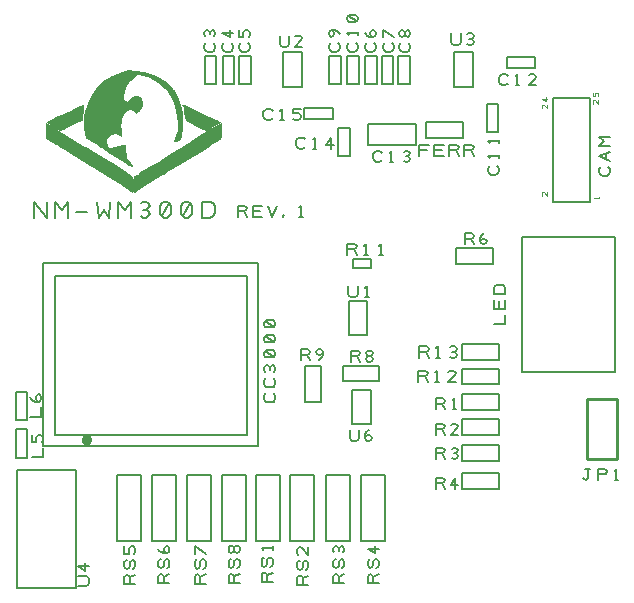
<source format=gbr>
%FSLAX23Y23*%
%MOIN*%
G04 EasyPC Gerber Version 17.0 Build 3379 *
%ADD11C,0.00100*%
%ADD10C,0.00500*%
%ADD12C,0.00800*%
%ADD14C,0.01000*%
%ADD13C,0.01969*%
X0Y0D02*
D02*
D10*
X59Y731D02*
X97D01*
Y635*
X59*
Y731*
X64Y77D02*
X258D01*
Y469*
X64*
Y77*
X97Y509D02*
X59D01*
Y606*
X97*
Y509*
X150Y549D02*
Y1160D01*
X867*
Y549*
X150*
X107Y648D02*
X144D01*
Y679*
X135Y698D02*
X128Y701D01*
X125Y707*
Y713*
X128Y719*
X135Y723*
X141Y719*
X144Y713*
Y707*
X141Y701*
X135Y698*
X125*
X116Y701*
X110Y707*
X107Y713*
X112Y513D02*
X149D01*
Y544*
X146Y563D02*
X149Y569D01*
Y578*
X146Y584*
X140Y588*
X137*
X130Y584*
X127Y578*
Y563*
X112*
Y588*
X266Y84D02*
X294D01*
X301Y87*
X304Y93*
Y105*
X301Y112*
X294Y115*
X266*
X304Y149D02*
X266D01*
X291Y134*
Y159*
X396Y454D02*
Y234D01*
X476*
Y454*
X396*
X457Y90D02*
X420D01*
Y112*
X423Y118*
X429Y121*
X435Y118*
X438Y112*
Y90*
Y112D02*
X457Y121D01*
X448Y140D02*
X454Y143D01*
X457Y149*
Y162*
X454Y168*
X448Y171*
X442Y168*
X438Y162*
Y149*
X435Y143*
X429Y140*
X423Y143*
X420Y149*
Y162*
X423Y168*
X429Y171*
X454Y190D02*
X457Y196D01*
Y206*
X454Y212*
X448Y215*
X445*
X438Y212*
X435Y206*
Y190*
X420*
Y215*
X513Y454D02*
Y234D01*
X593*
Y454*
X513*
X571Y92D02*
X534D01*
Y114*
X537Y120*
X543Y123*
X549Y120*
X552Y114*
Y92*
Y114D02*
X571Y123D01*
X562Y142D02*
X568Y145D01*
X571Y151*
Y164*
X568Y170*
X562Y173*
X556Y170*
X552Y164*
Y151*
X549Y145*
X543Y142*
X537Y145*
X534Y151*
Y164*
X537Y170*
X543Y173*
X562Y192D02*
X556Y195D01*
X552Y201*
Y208*
X556Y214*
X562Y217*
X568Y214*
X571Y208*
Y201*
X568Y195*
X562Y192*
X552*
X543Y195*
X537Y201*
X534Y208*
X631Y454D02*
Y234D01*
X711*
Y454*
X631*
X689Y1850D02*
X727D01*
Y1755*
X689*
Y1850*
X692Y91D02*
X655D01*
Y113*
X658Y119*
X664Y122*
X670Y119*
X673Y113*
Y91*
Y113D02*
X692Y122D01*
X683Y141D02*
X689Y144D01*
X692Y150*
Y163*
X689Y169*
X683Y172*
X677Y169*
X673Y163*
Y150*
X670Y144*
X664Y141*
X658Y144*
X655Y150*
Y163*
X658Y169*
X664Y172*
X692Y191D02*
X655Y216D01*
Y191*
X718Y1894D02*
X721Y1891D01*
X724Y1884*
Y1875*
X721Y1869*
X718Y1866*
X712Y1863*
X699*
X693Y1866*
X690Y1869*
X687Y1875*
Y1884*
X690Y1891*
X693Y1894*
X721Y1916D02*
X724Y1922D01*
Y1928*
X721Y1934*
X715Y1938*
X708Y1934*
X705Y1928*
Y1922*
Y1928D02*
X702Y1934D01*
X696Y1938*
X690Y1934*
X687Y1928*
Y1922*
X690Y1916*
X745Y454D02*
Y234D01*
X825*
Y454*
X745*
X749Y1850D02*
X787D01*
Y1755*
X749*
Y1850*
X778Y1894D02*
X781Y1891D01*
X784Y1884*
Y1875*
X781Y1869*
X778Y1866*
X772Y1863*
X759*
X753Y1866*
X750Y1869*
X747Y1875*
Y1884*
X750Y1891*
X753Y1894*
X784Y1928D02*
X747D01*
X772Y1913*
Y1938*
X804Y1850D02*
X842D01*
Y1755*
X804*
Y1850*
X805Y93D02*
X768D01*
Y115*
X771Y121*
X777Y124*
X783Y121*
X786Y115*
Y93*
Y115D02*
X805Y124D01*
X796Y143D02*
X802Y146D01*
X805Y152*
Y165*
X802Y171*
X796Y174*
X790Y171*
X786Y165*
Y152*
X783Y146*
X777Y143*
X771Y146*
X768Y152*
Y165*
X771Y171*
X777Y174*
X786Y202D02*
Y209D01*
X783Y215*
X777Y218*
X771Y215*
X768Y209*
Y202*
X771Y196*
X777Y193*
X783Y196*
X786Y202*
X790Y196*
X796Y193*
X802Y196*
X805Y202*
Y209*
X802Y215*
X796Y218*
X790Y215*
X786Y209*
X829Y587D02*
Y1118D01*
X188*
Y587*
X829*
X833Y1894D02*
X836Y1891D01*
X839Y1884*
Y1875*
X836Y1869*
X833Y1866*
X827Y1863*
X814*
X808Y1866*
X805Y1869*
X802Y1875*
Y1884*
X805Y1891*
X808Y1894*
X836Y1913D02*
X839Y1919D01*
Y1928*
X836Y1934*
X830Y1938*
X827*
X820Y1934*
X817Y1928*
Y1913*
X802*
Y1938*
X860Y452D02*
Y232D01*
X940*
Y452*
X860*
X915Y1643D02*
X912Y1640D01*
X905Y1637*
X896*
X890Y1640*
X887Y1643*
X883Y1649*
Y1662*
X887Y1668*
X890Y1671*
X896Y1674*
X905*
X912Y1671*
X915Y1668*
X940Y1637D02*
X952D01*
X946D02*
Y1674D01*
X940Y1668*
X983Y1640D02*
X990Y1637D01*
X999*
X1005Y1640*
X1008Y1646*
Y1649*
X1005Y1656*
X999Y1659*
X983*
Y1674*
X1008*
X915Y97D02*
X878D01*
Y119*
X881Y125*
X887Y128*
X893Y125*
X896Y119*
Y97*
Y119D02*
X915Y128D01*
X906Y147D02*
X912Y150D01*
X915Y156*
Y169*
X912Y175*
X906Y178*
X900Y175*
X896Y169*
Y156*
X893Y150*
X887Y147*
X881Y150*
X878Y156*
Y169*
X881Y175*
X887Y178*
X915Y203D02*
Y216D01*
Y210D02*
X878D01*
X884Y203*
X918Y726D02*
X921Y723D01*
X924Y717*
Y707*
X921Y701*
X918Y698*
X912Y695*
X899*
X893Y698*
X890Y701*
X887Y707*
Y717*
X890Y723*
X893Y726*
X918Y776D02*
X921Y773D01*
X924Y766*
Y757*
X921Y751*
X918Y748*
X912Y745*
X899*
X893Y748*
X890Y751*
X887Y757*
Y766*
X890Y773*
X893Y776*
X921Y798D02*
X924Y804D01*
Y810*
X921Y816*
X915Y820*
X909Y816*
X906Y810*
Y804*
Y810D02*
X902Y816D01*
X896Y820*
X890Y816*
X887Y810*
Y804*
X890Y798*
X921Y848D02*
X924Y854D01*
Y860*
X921Y867*
X915Y870*
X896*
X890Y867*
X887Y860*
Y854*
X890Y848*
X896Y845*
X915*
X921Y848*
X890Y867*
X921Y898D02*
X924Y904D01*
Y910*
X921Y916*
X915Y920*
X896*
X890Y916*
X887Y910*
Y904*
X890Y898*
X896Y895*
X915*
X921Y898*
X890Y916*
X921Y948D02*
X924Y954D01*
Y960*
X921Y967*
X915Y970*
X896*
X890Y967*
X887Y960*
Y954*
X890Y948*
X896Y945*
X915*
X921Y948*
X890Y967*
X939Y1918D02*
Y1890D01*
X942Y1884*
X948Y1880*
X960*
X967Y1884*
X970Y1890*
Y1918*
X1014Y1880D02*
X989D01*
X1010Y1902*
X1014Y1909*
X1010Y1915*
X1004Y1918*
X995*
X989Y1915*
X949Y1748D02*
Y1863D01*
X1012*
Y1748*
X949*
X974Y452D02*
Y232D01*
X1054*
Y452*
X974*
X1024Y1547D02*
X1021Y1544D01*
X1014Y1540*
X1005*
X999Y1544*
X996Y1547*
X993Y1553*
Y1565*
X996Y1572*
X999Y1575*
X1005Y1578*
X1014*
X1021Y1575*
X1024Y1572*
X1049Y1540D02*
X1061D01*
X1055D02*
Y1578D01*
X1049Y1572*
X1108Y1540D02*
Y1578D01*
X1093Y1553*
X1118*
X1009Y835D02*
Y873D01*
X1030*
X1037Y870*
X1040Y864*
X1037Y857*
X1030Y854*
X1009*
X1030D02*
X1040Y835D01*
X1068D02*
X1074Y839D01*
X1080Y845*
X1084Y854*
Y864*
X1080Y870*
X1074Y873*
X1068*
X1062Y870*
X1059Y864*
X1062Y857*
X1068Y854*
X1074*
X1080Y857*
X1084Y864*
X1020Y1639D02*
Y1677D01*
X1116*
Y1639*
X1020*
X1034Y87D02*
X997D01*
Y109*
X1000Y115*
X1006Y118*
X1012Y115*
X1015Y109*
Y87*
Y109D02*
X1034Y118D01*
X1025Y137D02*
X1031Y140D01*
X1034Y146*
Y159*
X1031Y165*
X1025Y168*
X1019Y165*
X1015Y159*
Y146*
X1012Y140*
X1006Y137*
X1000Y140*
X997Y146*
Y159*
X1000Y165*
X1006Y168*
X1034Y212D02*
Y187D01*
X1012Y209*
X1006Y212*
X1000Y209*
X997Y203*
Y193*
X1000Y187*
X1075Y695D02*
X1022D01*
Y818*
X1075*
Y695*
X1094Y452D02*
Y232D01*
X1174*
Y452*
X1094*
X1104Y1850D02*
X1142D01*
Y1755*
X1104*
Y1850*
X1148Y765D02*
Y818D01*
X1271*
Y765*
X1148*
X1133Y1894D02*
X1136Y1891D01*
X1139Y1884*
Y1875*
X1136Y1869*
X1133Y1866*
X1127Y1863*
X1114*
X1108Y1866*
X1105Y1869*
X1102Y1875*
Y1884*
X1105Y1891*
X1108Y1894*
X1139Y1922D02*
X1136Y1928D01*
X1130Y1934*
X1120Y1938*
X1111*
X1105Y1934*
X1102Y1928*
Y1922*
X1105Y1916*
X1111Y1913*
X1117Y1916*
X1120Y1922*
Y1928*
X1117Y1934*
X1111Y1938*
X1163Y1187D02*
Y1224D01*
X1185*
X1192Y1221*
X1195Y1215*
X1192Y1209*
X1185Y1206*
X1163*
X1185D02*
X1195Y1187D01*
X1220D02*
X1232D01*
X1226D02*
Y1224D01*
X1220Y1218*
X1270Y1187D02*
X1282D01*
X1276D02*
Y1224D01*
X1270Y1218*
X1154Y92D02*
X1117D01*
Y114*
X1120Y120*
X1126Y123*
X1132Y120*
X1135Y114*
Y92*
Y114D02*
X1154Y123D01*
X1145Y142D02*
X1151Y145D01*
X1154Y151*
Y164*
X1151Y170*
X1145Y173*
X1139Y170*
X1135Y164*
Y151*
X1132Y145*
X1126Y142*
X1120Y145*
X1117Y151*
Y164*
X1120Y170*
X1126Y173*
X1151Y195D02*
X1154Y201D01*
Y208*
X1151Y214*
X1145Y217*
X1139Y214*
X1135Y208*
Y201*
Y208D02*
X1132Y214D01*
X1126Y217*
X1120Y214*
X1117Y208*
Y201*
X1120Y195*
X1164Y1850D02*
X1202D01*
Y1755*
X1164*
Y1850*
X1167Y1084D02*
Y1056D01*
X1170Y1050*
X1176Y1046*
X1188*
X1195Y1050*
X1198Y1056*
Y1084*
X1223Y1046D02*
X1235D01*
X1229D02*
Y1084D01*
X1223Y1078*
X1172Y604D02*
Y576D01*
X1175Y570*
X1181Y566*
X1193*
X1200Y570*
X1203Y576*
Y604*
X1222Y576D02*
X1225Y582D01*
X1231Y585*
X1237*
X1243Y582*
X1247Y576*
X1243Y570*
X1237Y566*
X1231*
X1225Y570*
X1222Y576*
Y585*
X1225Y595*
X1231Y601*
X1237Y604*
X1172Y1515D02*
X1134D01*
Y1611*
X1172*
Y1515*
X1175Y830D02*
Y868D01*
X1196*
X1203Y865*
X1206Y859*
X1203Y852*
X1196Y849*
X1175*
X1196D02*
X1206Y830D01*
X1234Y849D02*
X1240D01*
X1246Y852*
X1250Y859*
X1246Y865*
X1240Y868*
X1234*
X1228Y865*
X1225Y859*
X1228Y852*
X1234Y849*
X1228Y846*
X1225Y840*
X1228Y834*
X1234Y830*
X1240*
X1246Y834*
X1250Y840*
X1246Y846*
X1240Y849*
X1182Y1144D02*
Y1172D01*
X1242*
Y1144*
X1182*
X1208Y453D02*
Y233D01*
X1288*
Y453*
X1208*
X1193Y1894D02*
X1196Y1891D01*
X1199Y1884*
Y1875*
X1196Y1869*
X1193Y1866*
X1187Y1863*
X1174*
X1168Y1866*
X1165Y1869*
X1162Y1875*
Y1884*
X1165Y1891*
X1168Y1894*
X1199Y1919D02*
Y1931D01*
Y1925D02*
X1162D01*
X1168Y1919*
X1196Y1966D02*
X1199Y1972D01*
Y1978*
X1196Y1984*
X1190Y1988*
X1171*
X1165Y1984*
X1162Y1978*
Y1972*
X1165Y1966*
X1171Y1963*
X1190*
X1196Y1966*
X1165Y1984*
X1224Y1850D02*
X1262D01*
Y1755*
X1224*
Y1850*
X1231Y1033D02*
Y919D01*
X1168*
Y1033*
X1231*
X1233Y1553D02*
X1393D01*
Y1623*
X1233*
Y1553*
X1243Y737D02*
Y622D01*
X1180*
Y737*
X1243*
X1280Y1503D02*
X1277Y1500D01*
X1270Y1497*
X1261*
X1255Y1500*
X1252Y1503*
X1248Y1509*
Y1522*
X1252Y1528*
X1255Y1531*
X1261Y1534*
X1270*
X1277Y1531*
X1280Y1528*
X1305Y1497D02*
X1317D01*
X1311D02*
Y1534D01*
X1305Y1528*
X1352Y1500D02*
X1358Y1497D01*
X1364*
X1370Y1500*
X1373Y1506*
X1370Y1513*
X1364Y1516*
X1358*
X1364D02*
X1370Y1519D01*
X1373Y1525*
X1370Y1531*
X1364Y1534*
X1358*
X1352Y1531*
X1253Y1894D02*
X1256Y1891D01*
X1259Y1884*
Y1875*
X1256Y1869*
X1253Y1866*
X1247Y1863*
X1234*
X1228Y1866*
X1225Y1869*
X1222Y1875*
Y1884*
X1225Y1891*
X1228Y1894*
X1250Y1913D02*
X1243Y1916D01*
X1240Y1922*
Y1928*
X1243Y1934*
X1250Y1938*
X1256Y1934*
X1259Y1928*
Y1922*
X1256Y1916*
X1250Y1913*
X1240*
X1231Y1916*
X1225Y1922*
X1222Y1928*
X1269Y93D02*
X1232D01*
Y114*
X1235Y121*
X1241Y124*
X1247Y121*
X1250Y114*
Y93*
Y114D02*
X1269Y124D01*
X1260Y142D02*
X1266Y146D01*
X1269Y152*
Y164*
X1266Y171*
X1260Y174*
X1253Y171*
X1250Y164*
Y152*
X1247Y146*
X1241Y142*
X1235Y146*
X1232Y152*
Y164*
X1235Y171*
X1241Y174*
X1269Y208D02*
X1232D01*
X1257Y193*
Y218*
X1279Y1850D02*
X1317D01*
Y1755*
X1279*
Y1850*
X1313Y1894D02*
X1316Y1891D01*
X1319Y1884*
Y1875*
X1316Y1869*
X1313Y1866*
X1307Y1863*
X1294*
X1288Y1866*
X1285Y1869*
X1282Y1875*
Y1884*
X1285Y1891*
X1288Y1894*
X1319Y1913D02*
X1282Y1938D01*
Y1913*
X1334Y1850D02*
X1372D01*
Y1755*
X1334*
Y1850*
X1368Y1894D02*
X1371Y1891D01*
X1374Y1884*
Y1875*
X1371Y1869*
X1368Y1866*
X1362Y1863*
X1349*
X1343Y1866*
X1340Y1869*
X1337Y1875*
Y1884*
X1340Y1891*
X1343Y1894*
X1355Y1922D02*
Y1928D01*
X1352Y1934*
X1346Y1938*
X1340Y1934*
X1337Y1928*
Y1922*
X1340Y1916*
X1346Y1913*
X1352Y1916*
X1355Y1922*
X1358Y1916*
X1365Y1913*
X1371Y1916*
X1374Y1922*
Y1928*
X1371Y1934*
X1365Y1938*
X1358Y1934*
X1355Y1928*
X1401Y763D02*
Y801D01*
X1422*
X1429Y798*
X1432Y792*
X1429Y785*
X1422Y782*
X1401*
X1422D02*
X1432Y763D01*
X1457D02*
X1469D01*
X1463D02*
Y801D01*
X1457Y795*
X1526Y763D02*
X1501D01*
X1522Y785*
X1526Y792*
X1522Y798*
X1516Y801*
X1507*
X1501Y798*
X1403Y1517D02*
Y1554D01*
X1435*
X1428Y1536D02*
X1403D01*
X1453Y1517D02*
Y1554D01*
X1485*
X1478Y1536D02*
X1453D01*
Y1517D02*
X1485D01*
X1503D02*
Y1554D01*
X1525*
X1532Y1551*
X1535Y1545*
X1532Y1539*
X1525Y1536*
X1503*
X1525D02*
X1535Y1517D01*
X1553D02*
Y1554D01*
X1575*
X1582Y1551*
X1585Y1545*
X1582Y1539*
X1575Y1536*
X1553*
X1575D02*
X1585Y1517D01*
X1404Y844D02*
Y882D01*
X1425*
X1432Y879*
X1435Y873*
X1432Y866*
X1425Y863*
X1404*
X1425D02*
X1435Y844D01*
X1460D02*
X1472D01*
X1466D02*
Y882D01*
X1460Y876*
X1507Y848D02*
X1513Y844D01*
X1519*
X1525Y848*
X1529Y854*
X1525Y860*
X1519Y863*
X1513*
X1519D02*
X1525Y866D01*
X1529Y873*
X1525Y879*
X1519Y882*
X1513*
X1507Y879*
X1427Y1576D02*
Y1629D01*
X1550*
Y1576*
X1427*
X1458Y407D02*
Y444D01*
X1480*
X1487Y441*
X1490Y435*
X1487Y429*
X1480Y426*
X1458*
X1480D02*
X1490Y407D01*
X1524D02*
Y444D01*
X1508Y419*
X1533*
X1458Y507D02*
Y544D01*
X1480*
X1487Y541*
X1490Y535*
X1487Y529*
X1480Y526*
X1458*
X1480D02*
X1490Y507D01*
X1512Y510D02*
X1518Y507D01*
X1524*
X1530Y510*
X1533Y516*
X1530Y523*
X1524Y526*
X1518*
X1524D02*
X1530Y529D01*
X1533Y535*
X1530Y541*
X1524Y544*
X1518*
X1512Y541*
X1458Y587D02*
Y624D01*
X1480*
X1487Y621*
X1490Y615*
X1487Y609*
X1480Y606*
X1458*
X1480D02*
X1490Y587D01*
X1533D02*
X1508D01*
X1530Y609*
X1533Y615*
X1530Y621*
X1524Y624*
X1515*
X1508Y621*
X1458Y672D02*
Y709D01*
X1480*
X1487Y706*
X1490Y700*
X1487Y694*
X1480Y691*
X1458*
X1480D02*
X1490Y672D01*
X1515D02*
X1527D01*
X1521D02*
Y709D01*
X1515Y703*
X1511Y1925D02*
Y1897D01*
X1514Y1891*
X1520Y1887*
X1532*
X1539Y1891*
X1542Y1897*
Y1925*
X1564Y1891D02*
X1570Y1887D01*
X1576*
X1582Y1891*
X1586Y1897*
X1582Y1903*
X1576Y1906*
X1570*
X1576D02*
X1582Y1909D01*
X1586Y1916*
X1582Y1922*
X1576Y1925*
X1570*
X1564Y1922*
X1519Y1748D02*
Y1863D01*
X1582*
Y1748*
X1519*
X1526Y1156D02*
Y1209D01*
X1649*
Y1156*
X1526*
X1546Y838D02*
Y891D01*
X1669*
Y838*
X1546*
X1547Y406D02*
Y459D01*
X1670*
Y406*
X1547*
Y501D02*
Y554D01*
X1670*
Y501*
X1547*
Y586D02*
Y639D01*
X1670*
Y586*
X1547*
Y671D02*
Y724D01*
X1670*
Y671*
X1547*
X1547Y755D02*
Y808D01*
X1670*
Y755*
X1547*
X1556Y1222D02*
Y1260D01*
X1577*
X1584Y1257*
X1587Y1251*
X1584Y1244*
X1577Y1241*
X1556*
X1577D02*
X1587Y1222D01*
X1606Y1232D02*
X1609Y1238D01*
X1615Y1241*
X1621*
X1627Y1238*
X1631Y1232*
X1627Y1226*
X1621Y1222*
X1615*
X1609Y1226*
X1606Y1232*
Y1241*
X1609Y1251*
X1615Y1257*
X1621Y1260*
X1629Y1690D02*
X1667D01*
Y1595*
X1629*
Y1690*
X1700Y1758D02*
X1697Y1755D01*
X1690Y1752*
X1681*
X1675Y1755*
X1672Y1758*
X1668Y1764*
Y1777*
X1672Y1783*
X1675Y1786*
X1681Y1789*
X1690*
X1697Y1786*
X1700Y1783*
X1725Y1752D02*
X1737D01*
X1731D02*
Y1789D01*
X1725Y1783*
X1793Y1752D02*
X1768D01*
X1790Y1774*
X1793Y1780*
X1790Y1786*
X1784Y1789*
X1775*
X1768Y1786*
X1663Y1484D02*
X1666Y1481D01*
X1669Y1474*
Y1465*
X1666Y1459*
X1663Y1456*
X1657Y1453*
X1644*
X1638Y1456*
X1635Y1459*
X1632Y1465*
Y1474*
X1635Y1481*
X1638Y1484*
X1669Y1509D02*
Y1521D01*
Y1515D02*
X1632D01*
X1638Y1509*
X1669Y1559D02*
Y1571D01*
Y1565D02*
X1632D01*
X1638Y1559*
X1695Y1809D02*
Y1847D01*
X1791*
Y1809*
X1695*
X1653Y957D02*
X1690D01*
Y988*
Y1007D02*
X1653D01*
Y1038*
X1671Y1032D02*
Y1007D01*
X1690D02*
Y1038D01*
Y1057D02*
X1653D01*
Y1076*
X1656Y1082*
X1659Y1085*
X1665Y1088*
X1678*
X1684Y1085*
X1687Y1082*
X1690Y1076*
Y1057*
X1949Y443D02*
X1952Y440D01*
X1958Y436*
X1964Y440*
X1967Y443*
Y474*
X1974*
X1967D02*
X1955D01*
X1999Y436D02*
Y474D01*
X2020*
X2027Y471*
X2030Y465*
X2027Y458*
X2020Y455*
X1999*
X2055Y436D02*
X2067D01*
X2061D02*
Y474D01*
X2055Y468*
X1974Y1364D02*
Y1710D01*
X1848*
Y1364*
X1974*
X2034Y1481D02*
X2037Y1478D01*
X2040Y1472*
Y1463*
X2037Y1456*
X2034Y1453*
X2028Y1450*
X2015*
X2009Y1453*
X2006Y1456*
X2003Y1463*
Y1472*
X2006Y1478*
X2009Y1481*
X2040Y1500D02*
X2003Y1516D01*
X2040Y1531*
X2025Y1506D02*
Y1525D01*
X2040Y1550D02*
X2003D01*
X2021Y1566*
X2003Y1581*
X2040*
X2057Y798D02*
Y1247D01*
X1746*
Y798*
X2057*
D02*
D11*
X434Y1802D02*
X406Y1794D01*
X378Y1782*
X350Y1766*
X326Y1741*
X306Y1710*
X290Y1666*
X286Y1650*
Y1630*
Y1610*
X290Y1594*
X294Y1578*
X302Y1574*
X306Y1570*
X314Y1565*
X322Y1562*
X374Y1526*
X414Y1502*
X438Y1486*
X446Y1482*
X442Y1490*
X426Y1510*
X422Y1542*
Y1554*
X414*
X402Y1550*
X386Y1546*
X378Y1542*
X370*
X362Y1550*
X358Y1562*
Y1574*
X366Y1582*
X374Y1590*
X390Y1594*
X406Y1585*
X410Y1582*
Y1585*
Y1594*
X406Y1618*
X410Y1645*
X418Y1661*
X426Y1670*
X438Y1674*
X450Y1670*
X458Y1661*
X470Y1670*
X478Y1686*
Y1698*
X474Y1710*
X470Y1714*
X458Y1718*
X450Y1714*
X442Y1710*
X430Y1698*
X418Y1702*
X414Y1710*
X418Y1730*
X422Y1746*
X434Y1766*
X454Y1782*
X462Y1790*
X470*
X502Y1782*
X534Y1762*
X562Y1738*
X582Y1706*
X594Y1670*
X598Y1630*
Y1602*
X590Y1578*
X586Y1565*
X590*
X598Y1570*
X606Y1574*
Y1578*
X610Y1582*
Y1585*
Y1590*
X614Y1625*
Y1658*
X602Y1698*
X586Y1734*
X558Y1762*
X526Y1782*
X482Y1798*
X434Y1802*
X614Y1686D02*
X618Y1682D01*
X622Y1645*
X626Y1638*
X630Y1634*
X642Y1630*
X658Y1618*
X694Y1602*
X714Y1618*
X738Y1630*
X734*
Y1634*
X730*
X722Y1638*
X702Y1645*
X686Y1654*
X662Y1666*
X638Y1678*
X626Y1682*
X622Y1686*
X618*
X614*
X250Y1674D02*
X242Y1666D01*
X230Y1661*
X210Y1654*
X190Y1645*
X178Y1638*
X162Y1630*
X170Y1625*
X186Y1613*
X202Y1606*
X206Y1602*
X242Y1622*
X278Y1638*
Y1654*
X282Y1666*
Y1674*
Y1686*
X274Y1682*
X250Y1674*
X158Y1602D02*
Y1578D01*
X178Y1565*
X198Y1554*
X226Y1538*
X250Y1522*
X262Y1514*
X322Y1478*
X366Y1450*
X394Y1434*
X406Y1425*
X446Y1398*
X450Y1406*
Y1422*
X446Y1446*
X426Y1462*
X386Y1490*
X362Y1502*
X330Y1522*
X306Y1538*
X274Y1554*
X158Y1625*
Y1622*
Y1602*
X726Y1618D02*
X706Y1606D01*
X674Y1585*
X638Y1562*
X614Y1546*
X574Y1522*
X530Y1494*
X506Y1482*
X486Y1470*
X474Y1462*
X466Y1454*
X454Y1450*
Y1422*
Y1406*
Y1398*
X482Y1418*
X502Y1430*
X526Y1446*
X550Y1458*
X566Y1470*
X602Y1490*
X642Y1514*
X682Y1538*
X710Y1558*
X730Y1570*
X738Y1574*
X742Y1582*
Y1602*
Y1625*
X726Y1618*
X445Y1398D02*
X447D01*
X454D02*
X456D01*
X444Y1399D02*
X447D01*
X454D02*
X457D01*
X442Y1400D02*
X448D01*
X454D02*
X458D01*
X441Y1401D02*
X448D01*
X454D02*
X460D01*
X440Y1402D02*
X449D01*
X454D02*
X461D01*
X438Y1403D02*
X449D01*
X454D02*
X462D01*
X437Y1404D02*
X450D01*
X454D02*
X464D01*
X436Y1405D02*
X450D01*
X454D02*
X465D01*
X434Y1406D02*
X450D01*
X454D02*
X466D01*
X433Y1407D02*
X450D01*
X454D02*
X468D01*
X432Y1408D02*
X450D01*
X454D02*
X469D01*
X430Y1409D02*
X450D01*
X454D02*
X470D01*
X429Y1410D02*
X450D01*
X454D02*
X472D01*
X428Y1411D02*
X450D01*
X454D02*
X473D01*
X426Y1412D02*
X450D01*
X454D02*
X474D01*
X425Y1412D02*
X450D01*
X454D02*
X475D01*
X424Y1413D02*
X450D01*
X454D02*
X477D01*
X422Y1414D02*
X450D01*
X454D02*
X478D01*
X421Y1415D02*
X450D01*
X454D02*
X479D01*
X420Y1416D02*
X450D01*
X454D02*
X481D01*
X418Y1417D02*
X450D01*
X454D02*
X482D01*
X417Y1418D02*
X450D01*
X454D02*
X484D01*
X416Y1419D02*
X450D01*
X454D02*
X485D01*
X414Y1420D02*
X450D01*
X454D02*
X487D01*
X413Y1421D02*
X450D01*
X454D02*
X488D01*
X412Y1422D02*
X450D01*
X454D02*
X490D01*
X410Y1423D02*
X450D01*
X454D02*
X491D01*
X409Y1424D02*
X450D01*
X454D02*
X493D01*
X408Y1425D02*
X450D01*
X454D02*
X494D01*
X406Y1426D02*
X450D01*
X454D02*
X496D01*
X405Y1427D02*
X450D01*
X454D02*
X498D01*
X404Y1427D02*
X449D01*
X454D02*
X499D01*
X402Y1428D02*
X449D01*
X454D02*
X501D01*
X401Y1429D02*
X449D01*
X454D02*
X502D01*
X399Y1430D02*
X449D01*
X454D02*
X504D01*
X398Y1431D02*
X449D01*
X454D02*
X505D01*
X396Y1432D02*
X449D01*
X454D02*
X506D01*
X395Y1433D02*
X449D01*
X454D02*
X508D01*
X394Y1434D02*
X448D01*
X454D02*
X509D01*
X392Y1435D02*
X448D01*
X454D02*
X511D01*
X390Y1436D02*
X448D01*
X454D02*
X512D01*
X389Y1437D02*
X448D01*
X454D02*
X514D01*
X387Y1438D02*
X448D01*
X454D02*
X515D01*
X385Y1439D02*
X448D01*
X454D02*
X516D01*
X384Y1440D02*
X447D01*
X454D02*
X518D01*
X382Y1441D02*
X447D01*
X454D02*
X519D01*
X380Y1442D02*
X447D01*
X454D02*
X521D01*
X379Y1442D02*
X447D01*
X454D02*
X522D01*
X377Y1443D02*
X447D01*
X454D02*
X523D01*
X375Y1444D02*
X447D01*
X454D02*
X525D01*
X374Y1445D02*
X447D01*
X454D02*
X526D01*
X372Y1446D02*
X446D01*
X454D02*
X528D01*
X371Y1447D02*
X444D01*
X454D02*
X530D01*
X369Y1448D02*
X443D01*
X454D02*
X532D01*
X367Y1449D02*
X442D01*
X454D02*
X534D01*
X366Y1450D02*
X441D01*
X456D02*
X535D01*
X364Y1451D02*
X440D01*
X459D02*
X537D01*
X363Y1452D02*
X439D01*
X462D02*
X539D01*
X361Y1453D02*
X437D01*
X464D02*
X541D01*
X360Y1454D02*
X436D01*
X467D02*
X543D01*
X358Y1455D02*
X435D01*
X468D02*
X545D01*
X357Y1456D02*
X434D01*
X469D02*
X547D01*
X355Y1457D02*
X433D01*
X470D02*
X549D01*
X354Y1457D02*
X432D01*
X470D02*
X550D01*
X352Y1458D02*
X430D01*
X471D02*
X552D01*
X351Y1459D02*
X429D01*
X472D02*
X553D01*
X350Y1460D02*
X428D01*
X473D02*
X554D01*
X348Y1461D02*
X427D01*
X474D02*
X555D01*
X347Y1462D02*
X426D01*
X475D02*
X557D01*
X345Y1463D02*
X424D01*
X477D02*
X558D01*
X344Y1464D02*
X423D01*
X478D02*
X559D01*
X342Y1465D02*
X422D01*
X480D02*
X560D01*
X341Y1466D02*
X420D01*
X481D02*
X562D01*
X339Y1467D02*
X419D01*
X482D02*
X563D01*
X338Y1468D02*
X418D01*
X484D02*
X564D01*
X336Y1469D02*
X416D01*
X485D02*
X565D01*
X335Y1470D02*
X415D01*
X487D02*
X567D01*
X333Y1471D02*
X414D01*
X488D02*
X568D01*
X332Y1472D02*
X412D01*
X490D02*
X570D01*
X330Y1472D02*
X411D01*
X491D02*
X572D01*
X329Y1473D02*
X409D01*
X493D02*
X574D01*
X327Y1474D02*
X408D01*
X495D02*
X575D01*
X326Y1475D02*
X407D01*
X496D02*
X577D01*
X325Y1476D02*
X405D01*
X498D02*
X579D01*
X323Y1477D02*
X404D01*
X499D02*
X580D01*
X322Y1478D02*
X403D01*
X501D02*
X582D01*
X320Y1479D02*
X401D01*
X502D02*
X584D01*
X318Y1480D02*
X400D01*
X504D02*
X585D01*
X317Y1481D02*
X399D01*
X505D02*
X587D01*
X315Y1482D02*
X397D01*
X446D02*
X446D01*
X507D02*
X589D01*
X314Y1483D02*
X396D01*
X444D02*
X446D01*
X509D02*
X590D01*
X312Y1484D02*
X395D01*
X442D02*
X445D01*
X511D02*
X592D01*
X311Y1485D02*
X393D01*
X440D02*
X445D01*
X513D02*
X594D01*
X309Y1486D02*
X392D01*
X438D02*
X444D01*
X515D02*
X595D01*
X307Y1487D02*
X391D01*
X437D02*
X444D01*
X517D02*
X597D01*
X306Y1487D02*
X389D01*
X436D02*
X444D01*
X518D02*
X599D01*
X304Y1488D02*
X388D01*
X434D02*
X443D01*
X520D02*
X600D01*
X303Y1489D02*
X387D01*
X433D02*
X443D01*
X522D02*
X602D01*
X301Y1490D02*
X385D01*
X431D02*
X442D01*
X524D02*
X604D01*
X300Y1491D02*
X383D01*
X430D02*
X441D01*
X526D02*
X605D01*
X298Y1492D02*
X381D01*
X429D02*
X440D01*
X528D02*
X607D01*
X297Y1493D02*
X379D01*
X427D02*
X440D01*
X530D02*
X608D01*
X295Y1494D02*
X377D01*
X426D02*
X439D01*
X531D02*
X610D01*
X293Y1495D02*
X376D01*
X424D02*
X438D01*
X533D02*
X612D01*
X292Y1496D02*
X374D01*
X423D02*
X437D01*
X534D02*
X613D01*
X290Y1497D02*
X372D01*
X422D02*
X437D01*
X536D02*
X615D01*
X289Y1498D02*
X370D01*
X420D02*
X436D01*
X537D02*
X616D01*
X287Y1499D02*
X368D01*
X419D02*
X435D01*
X539D02*
X618D01*
X286Y1500D02*
X366D01*
X417D02*
X434D01*
X540D02*
X619D01*
X284Y1501D02*
X364D01*
X416D02*
X434D01*
X542D02*
X621D01*
X282Y1502D02*
X362D01*
X414D02*
X433D01*
X543D02*
X622D01*
X281Y1502D02*
X361D01*
X413D02*
X432D01*
X545D02*
X624D01*
X279Y1503D02*
X359D01*
X411D02*
X431D01*
X546D02*
X626D01*
X278Y1504D02*
X358D01*
X410D02*
X431D01*
X547D02*
X627D01*
X276Y1505D02*
X356D01*
X408D02*
X430D01*
X549D02*
X629D01*
X275Y1506D02*
X355D01*
X407D02*
X429D01*
X550D02*
X630D01*
X273Y1507D02*
X353D01*
X405D02*
X428D01*
X552D02*
X632D01*
X272Y1508D02*
X352D01*
X404D02*
X428D01*
X553D02*
X633D01*
X270Y1509D02*
X350D01*
X402D02*
X427D01*
X555D02*
X635D01*
X268Y1510D02*
X349D01*
X400D02*
X426D01*
X556D02*
X637D01*
X267Y1511D02*
X347D01*
X399D02*
X426D01*
X558D02*
X638D01*
X265Y1512D02*
X346D01*
X397D02*
X426D01*
X559D02*
X640D01*
X264Y1513D02*
X344D01*
X396D02*
X426D01*
X561D02*
X641D01*
X262Y1514D02*
X343D01*
X394D02*
X426D01*
X562D02*
X643D01*
X261Y1515D02*
X341D01*
X393D02*
X426D01*
X564D02*
X644D01*
X259Y1516D02*
X340D01*
X391D02*
X426D01*
X565D02*
X646D01*
X258Y1516D02*
X338D01*
X389D02*
X426D01*
X567D02*
X647D01*
X257Y1517D02*
X337D01*
X388D02*
X425D01*
X568D02*
X649D01*
X255Y1518D02*
X335D01*
X386D02*
X425D01*
X570D02*
X651D01*
X254Y1519D02*
X334D01*
X385D02*
X425D01*
X571D02*
X652D01*
X252Y1520D02*
X332D01*
X383D02*
X425D01*
X573D02*
X654D01*
X251Y1521D02*
X331D01*
X382D02*
X425D01*
X574D02*
X655D01*
X250Y1522D02*
X330D01*
X380D02*
X425D01*
X576D02*
X657D01*
X248Y1523D02*
X328D01*
X379D02*
X425D01*
X577D02*
X658D01*
X247Y1524D02*
X327D01*
X377D02*
X425D01*
X579D02*
X660D01*
X245Y1525D02*
X325D01*
X375D02*
X425D01*
X580D02*
X662D01*
X244Y1526D02*
X324D01*
X374D02*
X424D01*
X582D02*
X663D01*
X243Y1527D02*
X323D01*
X373D02*
X424D01*
X583D02*
X665D01*
X241Y1528D02*
X321D01*
X371D02*
X424D01*
X585D02*
X666D01*
X240Y1529D02*
X320D01*
X370D02*
X424D01*
X586D02*
X668D01*
X238Y1530D02*
X318D01*
X369D02*
X424D01*
X588D02*
X669D01*
X237Y1531D02*
X317D01*
X367D02*
X424D01*
X590D02*
X671D01*
X235Y1531D02*
X315D01*
X366D02*
X424D01*
X591D02*
X672D01*
X234Y1532D02*
X314D01*
X364D02*
X424D01*
X593D02*
X674D01*
X233Y1533D02*
X313D01*
X363D02*
X423D01*
X594D02*
X676D01*
X231Y1534D02*
X311D01*
X362D02*
X423D01*
X596D02*
X677D01*
X230Y1535D02*
X310D01*
X360D02*
X423D01*
X597D02*
X679D01*
X228Y1536D02*
X308D01*
X359D02*
X423D01*
X599D02*
X680D01*
X227Y1537D02*
X307D01*
X358D02*
X423D01*
X601D02*
X682D01*
X226Y1538D02*
X305D01*
X356D02*
X423D01*
X602D02*
X683D01*
X224Y1539D02*
X304D01*
X355D02*
X423D01*
X604D02*
X685D01*
X222Y1540D02*
X302D01*
X354D02*
X423D01*
X605D02*
X686D01*
X221Y1541D02*
X300D01*
X352D02*
X423D01*
X607D02*
X687D01*
X219Y1542D02*
X298D01*
X351D02*
X370D01*
X379D02*
X422D01*
X608D02*
X689D01*
X217Y1543D02*
X296D01*
X350D02*
X369D01*
X381D02*
X422D01*
X610D02*
X690D01*
X216Y1544D02*
X294D01*
X348D02*
X368D01*
X383D02*
X422D01*
X611D02*
X691D01*
X214Y1545D02*
X292D01*
X347D02*
X367D01*
X385D02*
X422D01*
X613D02*
X692D01*
X212Y1546D02*
X290D01*
X346D02*
X366D01*
X387D02*
X422D01*
X615D02*
X694D01*
X211Y1546D02*
X289D01*
X344D02*
X366D01*
X390D02*
X422D01*
X616D02*
X695D01*
X209Y1547D02*
X287D01*
X343D02*
X365D01*
X394D02*
X422D01*
X617D02*
X696D01*
X207Y1548D02*
X285D01*
X341D02*
X364D01*
X398D02*
X422D01*
X619D02*
X698D01*
X206Y1549D02*
X283D01*
X340D02*
X363D01*
X402D02*
X422D01*
X620D02*
X699D01*
X204Y1550D02*
X281D01*
X339D02*
X362D01*
X405D02*
X422D01*
X622D02*
X700D01*
X203Y1551D02*
X279D01*
X337D02*
X362D01*
X407D02*
X422D01*
X623D02*
X702D01*
X201Y1552D02*
X277D01*
X336D02*
X362D01*
X410D02*
X422D01*
X624D02*
X703D01*
X199Y1553D02*
X275D01*
X335D02*
X361D01*
X413D02*
X422D01*
X626D02*
X704D01*
X198Y1554D02*
X274D01*
X333D02*
X361D01*
X627D02*
X706D01*
X196Y1555D02*
X272D01*
X332D02*
X361D01*
X629D02*
X707D01*
X195Y1556D02*
X271D01*
X331D02*
X360D01*
X630D02*
X708D01*
X193Y1557D02*
X269D01*
X329D02*
X360D01*
X631D02*
X709D01*
X191Y1558D02*
X268D01*
X328D02*
X360D01*
X633D02*
X711D01*
X190Y1559D02*
X266D01*
X327D02*
X359D01*
X634D02*
X712D01*
X188Y1560D02*
X265D01*
X325D02*
X359D01*
X636D02*
X714D01*
X187Y1561D02*
X263D01*
X324D02*
X359D01*
X637D02*
X716D01*
X185Y1561D02*
X262D01*
X323D02*
X358D01*
X638D02*
X717D01*
X184Y1562D02*
X260D01*
X321D02*
X358D01*
X640D02*
X719D01*
X182Y1563D02*
X259D01*
X319D02*
X358D01*
X641D02*
X720D01*
X181Y1564D02*
X257D01*
X317D02*
X358D01*
X643D02*
X722D01*
X179Y1565D02*
X256D01*
X315D02*
X358D01*
X644D02*
X723D01*
X177Y1566D02*
X254D01*
X313D02*
X358D01*
X587D02*
X592D01*
X645D02*
X725D01*
X176Y1567D02*
X253D01*
X311D02*
X358D01*
X587D02*
X594D01*
X647D02*
X726D01*
X174Y1568D02*
X251D01*
X309D02*
X358D01*
X587D02*
X596D01*
X648D02*
X728D01*
X173Y1569D02*
X250D01*
X308D02*
X358D01*
X588D02*
X597D01*
X650D02*
X730D01*
X171Y1570D02*
X248D01*
X306D02*
X358D01*
X588D02*
X599D01*
X651D02*
X731D01*
X170Y1571D02*
X247D01*
X305D02*
X358D01*
X588D02*
X601D01*
X653D02*
X733D01*
X168Y1572D02*
X245D01*
X304D02*
X358D01*
X589D02*
X603D01*
X654D02*
X735D01*
X166Y1573D02*
X244D01*
X303D02*
X358D01*
X589D02*
X605D01*
X655D02*
X737D01*
X165Y1574D02*
X242D01*
X302D02*
X359D01*
X589D02*
X606D01*
X657D02*
X739D01*
X163Y1575D02*
X240D01*
X300D02*
X360D01*
X590D02*
X606D01*
X658D02*
X739D01*
X162Y1576D02*
X239D01*
X298D02*
X361D01*
X590D02*
X606D01*
X660D02*
X740D01*
X160Y1576D02*
X237D01*
X297D02*
X361D01*
X590D02*
X606D01*
X661D02*
X740D01*
X159Y1577D02*
X236D01*
X295D02*
X362D01*
X590D02*
X606D01*
X662D02*
X740D01*
X158Y1578D02*
X234D01*
X294D02*
X363D01*
X591D02*
X607D01*
X664D02*
X741D01*
X158Y1579D02*
X233D01*
X294D02*
X364D01*
X591D02*
X608D01*
X665D02*
X741D01*
X158Y1580D02*
X231D01*
X294D02*
X365D01*
X591D02*
X609D01*
X667D02*
X742D01*
X158Y1581D02*
X230D01*
X294D02*
X366D01*
X592D02*
X610D01*
X668D02*
X742D01*
X158Y1582D02*
X228D01*
X293D02*
X367D01*
X410D02*
X410D01*
X592D02*
X610D01*
X669D02*
X742D01*
X158Y1583D02*
X227D01*
X293D02*
X368D01*
X409D02*
X410D01*
X592D02*
X610D01*
X671D02*
X742D01*
X158Y1584D02*
X225D01*
X293D02*
X369D01*
X408D02*
X410D01*
X593D02*
X610D01*
X672D02*
X742D01*
X158Y1585D02*
X224D01*
X293D02*
X370D01*
X407D02*
X410D01*
X593D02*
X610D01*
X674D02*
X742D01*
X158Y1586D02*
X222D01*
X292D02*
X371D01*
X406D02*
X410D01*
X593D02*
X610D01*
X675D02*
X742D01*
X158Y1587D02*
X221D01*
X292D02*
X372D01*
X404D02*
X410D01*
X594D02*
X610D01*
X677D02*
X742D01*
X158Y1588D02*
X219D01*
X292D02*
X373D01*
X402D02*
X410D01*
X594D02*
X610D01*
X678D02*
X742D01*
X158Y1589D02*
X218D01*
X292D02*
X374D01*
X400D02*
X410D01*
X594D02*
X610D01*
X680D02*
X742D01*
X158Y1590D02*
X216D01*
X291D02*
X375D01*
X398D02*
X410D01*
X595D02*
X610D01*
X681D02*
X742D01*
X158Y1591D02*
X215D01*
X291D02*
X379D01*
X396D02*
X410D01*
X595D02*
X611D01*
X683D02*
X742D01*
X158Y1591D02*
X213D01*
X291D02*
X382D01*
X395D02*
X410D01*
X595D02*
X611D01*
X684D02*
X742D01*
X158Y1592D02*
X212D01*
X291D02*
X386D01*
X393D02*
X410D01*
X595D02*
X611D01*
X686D02*
X742D01*
X158Y1593D02*
X210D01*
X291D02*
X390D01*
X391D02*
X410D01*
X596D02*
X611D01*
X687D02*
X742D01*
X158Y1594D02*
X209D01*
X290D02*
X410D01*
X596D02*
X611D01*
X689D02*
X742D01*
X158Y1595D02*
X207D01*
X290D02*
X410D01*
X596D02*
X611D01*
X690D02*
X742D01*
X158Y1596D02*
X206D01*
X290D02*
X410D01*
X597D02*
X611D01*
X692D02*
X742D01*
X158Y1597D02*
X204D01*
X290D02*
X410D01*
X597D02*
X611D01*
X693D02*
X742D01*
X158Y1598D02*
X203D01*
X289D02*
X410D01*
X597D02*
X611D01*
X695D02*
X742D01*
X158Y1599D02*
X201D01*
X289D02*
X410D01*
X598D02*
X612D01*
X696D02*
X742D01*
X158Y1600D02*
X200D01*
X289D02*
X409D01*
X598D02*
X612D01*
X698D02*
X742D01*
X158Y1601D02*
X198D01*
X289D02*
X409D01*
X598D02*
X612D01*
X699D02*
X742D01*
X158Y1602D02*
X197D01*
X206D02*
X207D01*
X288D02*
X409D01*
X598D02*
X612D01*
X694D02*
X695D01*
X701D02*
X742D01*
X158Y1603D02*
X195D01*
X205D02*
X209D01*
X288D02*
X409D01*
X598D02*
X612D01*
X692D02*
X696D01*
X702D02*
X742D01*
X158Y1604D02*
X194D01*
X204D02*
X210D01*
X288D02*
X409D01*
X598D02*
X612D01*
X690D02*
X697D01*
X704D02*
X742D01*
X158Y1605D02*
X192D01*
X203D02*
X212D01*
X288D02*
X409D01*
X598D02*
X612D01*
X688D02*
X698D01*
X705D02*
X742D01*
X158Y1606D02*
X191D01*
X202D02*
X214D01*
X287D02*
X408D01*
X598D02*
X612D01*
X685D02*
X700D01*
X706D02*
X742D01*
X158Y1606D02*
X189D01*
X201D02*
X215D01*
X287D02*
X408D01*
X598D02*
X612D01*
X683D02*
X701D01*
X708D02*
X742D01*
X158Y1607D02*
X188D01*
X199D02*
X217D01*
X287D02*
X408D01*
X598D02*
X612D01*
X681D02*
X702D01*
X710D02*
X742D01*
X158Y1608D02*
X186D01*
X197D02*
X219D01*
X287D02*
X408D01*
X598D02*
X613D01*
X679D02*
X703D01*
X711D02*
X742D01*
X158Y1609D02*
X185D01*
X195D02*
X220D01*
X287D02*
X408D01*
X598D02*
X613D01*
X677D02*
X704D01*
X713D02*
X742D01*
X158Y1610D02*
X183D01*
X193D02*
X222D01*
X286D02*
X408D01*
X598D02*
X613D01*
X675D02*
X705D01*
X714D02*
X742D01*
X158Y1611D02*
X182D01*
X191D02*
X224D01*
X286D02*
X408D01*
X598D02*
X613D01*
X673D02*
X707D01*
X716D02*
X742D01*
X158Y1612D02*
X180D01*
X189D02*
X226D01*
X286D02*
X407D01*
X598D02*
X613D01*
X671D02*
X708D01*
X717D02*
X742D01*
X158Y1613D02*
X179D01*
X187D02*
X227D01*
X286D02*
X407D01*
X598D02*
X613D01*
X669D02*
X709D01*
X719D02*
X742D01*
X158Y1614D02*
X177D01*
X186D02*
X229D01*
X286D02*
X407D01*
X598D02*
X613D01*
X666D02*
X710D01*
X721D02*
X742D01*
X158Y1615D02*
X176D01*
X185D02*
X231D01*
X286D02*
X407D01*
X598D02*
X613D01*
X664D02*
X711D01*
X722D02*
X742D01*
X158Y1616D02*
X174D01*
X183D02*
X232D01*
X286D02*
X407D01*
X598D02*
X613D01*
X662D02*
X712D01*
X724D02*
X742D01*
X158Y1617D02*
X173D01*
X182D02*
X234D01*
X286D02*
X407D01*
X598D02*
X614D01*
X660D02*
X714D01*
X725D02*
X742D01*
X158Y1618D02*
X171D01*
X181D02*
X236D01*
X286D02*
X407D01*
X598D02*
X614D01*
X658D02*
X715D01*
X727D02*
X742D01*
X158Y1619D02*
X170D01*
X180D02*
X237D01*
X286D02*
X407D01*
X598D02*
X614D01*
X657D02*
X717D01*
X729D02*
X742D01*
X158Y1620D02*
X168D01*
X178D02*
X239D01*
X286D02*
X407D01*
X598D02*
X614D01*
X656D02*
X719D01*
X731D02*
X742D01*
X158Y1621D02*
X167D01*
X177D02*
X241D01*
X286D02*
X407D01*
X598D02*
X614D01*
X654D02*
X721D01*
X733D02*
X742D01*
X158Y1621D02*
X165D01*
X176D02*
X242D01*
X286D02*
X407D01*
X598D02*
X614D01*
X653D02*
X722D01*
X734D02*
X742D01*
X158Y1622D02*
X164D01*
X175D02*
X244D01*
X286D02*
X407D01*
X598D02*
X614D01*
X652D02*
X724D01*
X736D02*
X742D01*
X158Y1623D02*
X162D01*
X173D02*
X247D01*
X286D02*
X407D01*
X598D02*
X614D01*
X651D02*
X726D01*
X738D02*
X742D01*
X158Y1624D02*
X160D01*
X172D02*
X249D01*
X286D02*
X407D01*
X598D02*
X614D01*
X649D02*
X728D01*
X740D02*
X742D01*
X158Y1625D02*
X159D01*
X171D02*
X251D01*
X286D02*
X408D01*
X598D02*
X614D01*
X648D02*
X730D01*
X742D02*
X742D01*
X169Y1626D02*
X253D01*
X286D02*
X408D01*
X598D02*
X614D01*
X647D02*
X732D01*
X167Y1627D02*
X255D01*
X286D02*
X408D01*
X598D02*
X614D01*
X646D02*
X734D01*
X165Y1628D02*
X257D01*
X286D02*
X408D01*
X598D02*
X614D01*
X644D02*
X735D01*
X164Y1629D02*
X259D01*
X286D02*
X408D01*
X598D02*
X614D01*
X643D02*
X737D01*
X163Y1630D02*
X261D01*
X286D02*
X408D01*
X598D02*
X614D01*
X641D02*
X734D01*
X165Y1631D02*
X263D01*
X286D02*
X408D01*
X598D02*
X614D01*
X639D02*
X734D01*
X167Y1632D02*
X266D01*
X286D02*
X409D01*
X598D02*
X614D01*
X636D02*
X734D01*
X169Y1633D02*
X268D01*
X286D02*
X409D01*
X598D02*
X614D01*
X633D02*
X734D01*
X171Y1634D02*
X270D01*
X286D02*
X409D01*
X598D02*
X614D01*
X630D02*
X730D01*
X173Y1635D02*
X272D01*
X286D02*
X409D01*
X598D02*
X614D01*
X629D02*
X728D01*
X174Y1636D02*
X274D01*
X286D02*
X409D01*
X598D02*
X614D01*
X628D02*
X726D01*
X176Y1636D02*
X276D01*
X286D02*
X409D01*
X598D02*
X614D01*
X628D02*
X725D01*
X178Y1637D02*
X278D01*
X286D02*
X409D01*
X598D02*
X614D01*
X627D02*
X723D01*
X180Y1638D02*
X278D01*
X286D02*
X409D01*
X598D02*
X614D01*
X626D02*
X720D01*
X181Y1639D02*
X278D01*
X286D02*
X410D01*
X598D02*
X614D01*
X626D02*
X718D01*
X183Y1640D02*
X278D01*
X286D02*
X410D01*
X597D02*
X614D01*
X625D02*
X716D01*
X184Y1641D02*
X278D01*
X286D02*
X410D01*
X597D02*
X614D01*
X625D02*
X713D01*
X185Y1642D02*
X278D01*
X286D02*
X410D01*
X597D02*
X614D01*
X624D02*
X711D01*
X187Y1643D02*
X278D01*
X286D02*
X410D01*
X597D02*
X614D01*
X624D02*
X709D01*
X188Y1644D02*
X278D01*
X286D02*
X410D01*
X597D02*
X614D01*
X623D02*
X706D01*
X190Y1645D02*
X278D01*
X286D02*
X410D01*
X597D02*
X614D01*
X623D02*
X704D01*
X191Y1646D02*
X278D01*
X286D02*
X411D01*
X597D02*
X614D01*
X622D02*
X702D01*
X194Y1647D02*
X278D01*
X286D02*
X411D01*
X597D02*
X614D01*
X622D02*
X700D01*
X196Y1648D02*
X278D01*
X286D02*
X412D01*
X597D02*
X614D01*
X622D02*
X698D01*
X198Y1649D02*
X278D01*
X286D02*
X412D01*
X597D02*
X614D01*
X622D02*
X696D01*
X201Y1650D02*
X278D01*
X286D02*
X413D01*
X596D02*
X614D01*
X622D02*
X694D01*
X203Y1650D02*
X278D01*
X287D02*
X413D01*
X596D02*
X614D01*
X622D02*
X693D01*
X205Y1651D02*
X278D01*
X287D02*
X413D01*
X596D02*
X614D01*
X622D02*
X691D01*
X208Y1652D02*
X278D01*
X287D02*
X414D01*
X596D02*
X614D01*
X622D02*
X689D01*
X210Y1653D02*
X278D01*
X287D02*
X414D01*
X596D02*
X614D01*
X622D02*
X687D01*
X212Y1654D02*
X279D01*
X288D02*
X415D01*
X596D02*
X614D01*
X622D02*
X685D01*
X215Y1655D02*
X279D01*
X288D02*
X415D01*
X596D02*
X614D01*
X621D02*
X683D01*
X217Y1656D02*
X279D01*
X288D02*
X416D01*
X596D02*
X614D01*
X621D02*
X681D01*
X219Y1657D02*
X280D01*
X288D02*
X416D01*
X596D02*
X614D01*
X621D02*
X679D01*
X222Y1658D02*
X280D01*
X289D02*
X417D01*
X596D02*
X614D01*
X621D02*
X678D01*
X224Y1659D02*
X280D01*
X289D02*
X417D01*
X596D02*
X614D01*
X621D02*
X676D01*
X226Y1660D02*
X281D01*
X289D02*
X418D01*
X595D02*
X614D01*
X621D02*
X674D01*
X229Y1661D02*
X281D01*
X289D02*
X418D01*
X595D02*
X613D01*
X621D02*
X672D01*
X231Y1662D02*
X281D01*
X290D02*
X419D01*
X458D02*
X459D01*
X595D02*
X613D01*
X621D02*
X670D01*
X234Y1663D02*
X282D01*
X290D02*
X420D01*
X457D02*
X460D01*
X595D02*
X613D01*
X621D02*
X668D01*
X237Y1664D02*
X282D01*
X290D02*
X421D01*
X456D02*
X462D01*
X595D02*
X613D01*
X620D02*
X666D01*
X240Y1665D02*
X282D01*
X290D02*
X422D01*
X455D02*
X463D01*
X595D02*
X612D01*
X620D02*
X664D01*
X242Y1665D02*
X282D01*
X290D02*
X422D01*
X455D02*
X464D01*
X595D02*
X612D01*
X620D02*
X663D01*
X243Y1666D02*
X282D01*
X291D02*
X423D01*
X454D02*
X466D01*
X595D02*
X612D01*
X620D02*
X661D01*
X244Y1667D02*
X282D01*
X291D02*
X424D01*
X453D02*
X467D01*
X595D02*
X612D01*
X620D02*
X659D01*
X245Y1668D02*
X282D01*
X292D02*
X425D01*
X452D02*
X469D01*
X595D02*
X611D01*
X620D02*
X657D01*
X246Y1669D02*
X282D01*
X292D02*
X426D01*
X451D02*
X470D01*
X595D02*
X611D01*
X620D02*
X655D01*
X247Y1670D02*
X282D01*
X292D02*
X428D01*
X448D02*
X471D01*
X594D02*
X611D01*
X620D02*
X653D01*
X248Y1671D02*
X282D01*
X293D02*
X431D01*
X446D02*
X471D01*
X594D02*
X610D01*
X620D02*
X651D01*
X249Y1672D02*
X282D01*
X293D02*
X434D01*
X443D02*
X472D01*
X594D02*
X610D01*
X620D02*
X649D01*
X250Y1673D02*
X282D01*
X293D02*
X437D01*
X440D02*
X472D01*
X593D02*
X610D01*
X619D02*
X648D01*
X252Y1674D02*
X282D01*
X294D02*
X473D01*
X593D02*
X610D01*
X619D02*
X646D01*
X255Y1675D02*
X282D01*
X294D02*
X473D01*
X593D02*
X609D01*
X619D02*
X644D01*
X257Y1676D02*
X282D01*
X294D02*
X474D01*
X592D02*
X609D01*
X619D02*
X642D01*
X260Y1677D02*
X282D01*
X295D02*
X474D01*
X592D02*
X609D01*
X619D02*
X640D01*
X263Y1678D02*
X282D01*
X295D02*
X475D01*
X592D02*
X608D01*
X619D02*
X638D01*
X266Y1679D02*
X282D01*
X295D02*
X475D01*
X591D02*
X608D01*
X619D02*
X635D01*
X269Y1680D02*
X282D01*
X296D02*
X476D01*
X591D02*
X608D01*
X619D02*
X632D01*
X271Y1680D02*
X282D01*
X296D02*
X476D01*
X591D02*
X608D01*
X619D02*
X630D01*
X274Y1681D02*
X282D01*
X296D02*
X476D01*
X591D02*
X607D01*
X618D02*
X627D01*
X276Y1682D02*
X282D01*
X297D02*
X477D01*
X590D02*
X607D01*
X618D02*
X626D01*
X278Y1683D02*
X282D01*
X297D02*
X477D01*
X590D02*
X607D01*
X617D02*
X625D01*
X280Y1684D02*
X282D01*
X297D02*
X478D01*
X590D02*
X606D01*
X616D02*
X624D01*
X282Y1685D02*
X282D01*
X298D02*
X478D01*
X589D02*
X606D01*
X615D02*
X623D01*
X298Y1686D02*
X478D01*
X589D02*
X606D01*
X298Y1687D02*
X478D01*
X589D02*
X606D01*
X299Y1688D02*
X478D01*
X588D02*
X605D01*
X299Y1689D02*
X478D01*
X588D02*
X605D01*
X299Y1690D02*
X478D01*
X588D02*
X605D01*
X300Y1691D02*
X478D01*
X587D02*
X605D01*
X300Y1692D02*
X478D01*
X587D02*
X604D01*
X300Y1693D02*
X478D01*
X587D02*
X604D01*
X301Y1694D02*
X478D01*
X586D02*
X604D01*
X301Y1695D02*
X478D01*
X586D02*
X603D01*
X301Y1695D02*
X478D01*
X586D02*
X603D01*
X302Y1696D02*
X478D01*
X586D02*
X603D01*
X302Y1697D02*
X478D01*
X585D02*
X603D01*
X302Y1698D02*
X428D01*
X431D02*
X478D01*
X585D02*
X602D01*
X303Y1699D02*
X425D01*
X432D02*
X478D01*
X585D02*
X602D01*
X303Y1700D02*
X423D01*
X433D02*
X478D01*
X584D02*
X601D01*
X303Y1701D02*
X420D01*
X434D02*
X477D01*
X584D02*
X601D01*
X304Y1702D02*
X418D01*
X435D02*
X477D01*
X584D02*
X600D01*
X304Y1703D02*
X418D01*
X436D02*
X477D01*
X583D02*
X600D01*
X304Y1704D02*
X417D01*
X437D02*
X476D01*
X583D02*
X600D01*
X305Y1705D02*
X417D01*
X438D02*
X476D01*
X583D02*
X599D01*
X305Y1706D02*
X416D01*
X439D02*
X476D01*
X582D02*
X599D01*
X305Y1707D02*
X416D01*
X440D02*
X475D01*
X582D02*
X598D01*
X306Y1708D02*
X415D01*
X441D02*
X475D01*
X581D02*
X598D01*
X306Y1709D02*
X415D01*
X442D02*
X475D01*
X581D02*
X598D01*
X307Y1710D02*
X414D01*
X443D02*
X474D01*
X580D02*
X597D01*
X307Y1710D02*
X415D01*
X444D02*
X474D01*
X579D02*
X597D01*
X308Y1711D02*
X415D01*
X446D02*
X473D01*
X579D02*
X596D01*
X308Y1712D02*
X415D01*
X448D02*
X472D01*
X578D02*
X596D01*
X309Y1713D02*
X415D01*
X450D02*
X471D01*
X578D02*
X595D01*
X309Y1714D02*
X415D01*
X452D02*
X468D01*
X577D02*
X595D01*
X310Y1715D02*
X416D01*
X454D02*
X466D01*
X576D02*
X595D01*
X311Y1716D02*
X416D01*
X456D02*
X463D01*
X576D02*
X594D01*
X311Y1717D02*
X416D01*
X458D02*
X460D01*
X575D02*
X594D01*
X312Y1718D02*
X416D01*
X575D02*
X593D01*
X312Y1719D02*
X416D01*
X574D02*
X593D01*
X313Y1720D02*
X417D01*
X574D02*
X593D01*
X314Y1721D02*
X417D01*
X573D02*
X592D01*
X314Y1722D02*
X417D01*
X572D02*
X592D01*
X315Y1723D02*
X417D01*
X572D02*
X591D01*
X315Y1724D02*
X417D01*
X571D02*
X591D01*
X316Y1725D02*
X417D01*
X571D02*
X590D01*
X316Y1725D02*
X418D01*
X570D02*
X590D01*
X317Y1726D02*
X418D01*
X569D02*
X590D01*
X318Y1727D02*
X418D01*
X569D02*
X589D01*
X318Y1728D02*
X418D01*
X568D02*
X589D01*
X319Y1729D02*
X418D01*
X568D02*
X588D01*
X319Y1730D02*
X419D01*
X567D02*
X588D01*
X320Y1731D02*
X419D01*
X567D02*
X588D01*
X321Y1732D02*
X419D01*
X566D02*
X587D01*
X321Y1733D02*
X419D01*
X565D02*
X587D01*
X322Y1734D02*
X420D01*
X565D02*
X586D01*
X322Y1735D02*
X420D01*
X564D02*
X585D01*
X323Y1736D02*
X420D01*
X564D02*
X584D01*
X323Y1737D02*
X420D01*
X563D02*
X583D01*
X324Y1738D02*
X421D01*
X562D02*
X582D01*
X325Y1739D02*
X421D01*
X561D02*
X581D01*
X325Y1740D02*
X421D01*
X560D02*
X580D01*
X326Y1740D02*
X421D01*
X559D02*
X580D01*
X326Y1741D02*
X421D01*
X558D02*
X579D01*
X327Y1742D02*
X422D01*
X557D02*
X578D01*
X328Y1743D02*
X422D01*
X556D02*
X577D01*
X329Y1744D02*
X422D01*
X555D02*
X576D01*
X330Y1745D02*
X422D01*
X554D02*
X575D01*
X331Y1746D02*
X423D01*
X552D02*
X574D01*
X332Y1747D02*
X423D01*
X551D02*
X573D01*
X333Y1748D02*
X424D01*
X550D02*
X572D01*
X334Y1749D02*
X425D01*
X549D02*
X571D01*
X335Y1750D02*
X425D01*
X548D02*
X570D01*
X336Y1751D02*
X426D01*
X547D02*
X569D01*
X337Y1752D02*
X426D01*
X546D02*
X568D01*
X338Y1753D02*
X427D01*
X545D02*
X567D01*
X339Y1754D02*
X427D01*
X544D02*
X566D01*
X339Y1755D02*
X428D01*
X543D02*
X565D01*
X340Y1755D02*
X428D01*
X542D02*
X565D01*
X341Y1756D02*
X429D01*
X540D02*
X564D01*
X342Y1757D02*
X430D01*
X539D02*
X563D01*
X343Y1758D02*
X430D01*
X538D02*
X562D01*
X344Y1759D02*
X431D01*
X537D02*
X561D01*
X345Y1760D02*
X431D01*
X536D02*
X560D01*
X346Y1761D02*
X432D01*
X535D02*
X559D01*
X347Y1762D02*
X432D01*
X534D02*
X558D01*
X348Y1763D02*
X433D01*
X532D02*
X556D01*
X349Y1764D02*
X434D01*
X531D02*
X555D01*
X350Y1765D02*
X434D01*
X529D02*
X553D01*
X351Y1766D02*
X435D01*
X528D02*
X552D01*
X353Y1767D02*
X436D01*
X526D02*
X550D01*
X354Y1768D02*
X437D01*
X525D02*
X549D01*
X356Y1769D02*
X438D01*
X523D02*
X547D01*
X357Y1769D02*
X439D01*
X522D02*
X546D01*
X359Y1770D02*
X441D01*
X520D02*
X544D01*
X361Y1771D02*
X442D01*
X519D02*
X543D01*
X362Y1772D02*
X443D01*
X517D02*
X541D01*
X364Y1773D02*
X444D01*
X516D02*
X540D01*
X366Y1774D02*
X445D01*
X514D02*
X538D01*
X367Y1775D02*
X447D01*
X513D02*
X537D01*
X369Y1776D02*
X448D01*
X511D02*
X535D01*
X371Y1777D02*
X449D01*
X510D02*
X534D01*
X372Y1778D02*
X450D01*
X508D02*
X532D01*
X374Y1779D02*
X451D01*
X507D02*
X531D01*
X376Y1780D02*
X452D01*
X505D02*
X529D01*
X377Y1781D02*
X454D01*
X504D02*
X528D01*
X379Y1782D02*
X455D01*
X502D02*
X526D01*
X381Y1783D02*
X456D01*
X498D02*
X523D01*
X383Y1784D02*
X457D01*
X494D02*
X521D01*
X385Y1784D02*
X457D01*
X491D02*
X518D01*
X388Y1785D02*
X458D01*
X487D02*
X516D01*
X390Y1786D02*
X459D01*
X483D02*
X513D01*
X392Y1787D02*
X460D01*
X479D02*
X511D01*
X394Y1788D02*
X461D01*
X476D02*
X508D01*
X396Y1789D02*
X462D01*
X472D02*
X505D01*
X399Y1790D02*
X503D01*
X401Y1791D02*
X500D01*
X403Y1792D02*
X498D01*
X405Y1793D02*
X495D01*
X408Y1794D02*
X493D01*
X411Y1795D02*
X490D01*
X414Y1796D02*
X487D01*
X418Y1797D02*
X485D01*
X421Y1798D02*
X481D01*
X424Y1799D02*
X470D01*
X427Y1799D02*
X459D01*
X431Y1800D02*
X448D01*
X434Y1801D02*
X436D01*
X1831Y1396D02*
Y1384D01*
X1820Y1395*
X1817Y1396*
X1814Y1395*
X1812Y1392*
Y1387*
X1814Y1384*
X1831Y1688D02*
Y1675D01*
X1820Y1686*
X1817Y1688*
X1814Y1686*
X1812Y1683*
Y1678*
X1814Y1675*
X1831Y1708D02*
X1812D01*
X1825Y1700*
Y1713*
X2000Y1703D02*
Y1691D01*
X1989Y1702*
X1986Y1703*
X1983Y1702*
X1982Y1699*
Y1694*
X1983Y1691*
X1999Y1716D02*
X2000Y1719D01*
Y1724*
X1999Y1727*
X1996Y1728*
X1994*
X1991Y1727*
X1989Y1724*
Y1716*
X1982*
Y1728*
X2004Y1375D02*
Y1381D01*
Y1378D02*
X1986D01*
X1989Y1375*
D02*
D12*
X121Y1311D02*
Y1364D01*
X164Y1311*
Y1364*
X191Y1311D02*
Y1364D01*
X212Y1337*
X234Y1364*
Y1311*
X261Y1329D02*
X296D01*
X331Y1364D02*
X335Y1311D01*
X352Y1337*
X370Y1311*
X374Y1364*
X401Y1311D02*
Y1364D01*
X422Y1337*
X444Y1364*
Y1311*
X475Y1316D02*
X484Y1311D01*
X492*
X501Y1316*
X506Y1324*
X501Y1333*
X492Y1337*
X484*
X492D02*
X501Y1342D01*
X506Y1351*
X501Y1359*
X492Y1364*
X484*
X475Y1359*
X545Y1316D02*
X554Y1311D01*
X562*
X571Y1316*
X576Y1324*
Y1351*
X571Y1359*
X562Y1364*
X554*
X545Y1359*
X541Y1351*
Y1324*
X545Y1316*
X571Y1359*
X615Y1316D02*
X624Y1311D01*
X632*
X641Y1316*
X646Y1324*
Y1351*
X641Y1359*
X632Y1364*
X624*
X615Y1359*
X611Y1351*
Y1324*
X615Y1316*
X641Y1359*
X681Y1311D02*
Y1364D01*
X707*
X716Y1359*
X720Y1355*
X724Y1346*
Y1329*
X720Y1320*
X716Y1316*
X707Y1311*
X681*
X798Y1313D02*
Y1351D01*
X819*
X826Y1348*
X829Y1342*
X826Y1335*
X819Y1332*
X798*
X819D02*
X829Y1313D01*
X848D02*
Y1351D01*
X879*
X873Y1332D02*
X848D01*
Y1313D02*
X879D01*
X898Y1351D02*
X913Y1313D01*
X929Y1351*
X951Y1313D02*
X954Y1317D01*
X951Y1320*
X948Y1317*
X951Y1313*
X1004D02*
X1016D01*
X1010D02*
Y1351D01*
X1004Y1345*
D02*
D13*
X288Y569D02*
G75*
G03X304I8D01*
G01*
G75*
G03X288I-8*
G01*
D02*
D14*
X1964Y705D02*
Y505D01*
X2064*
Y705*
X1964*
X0Y0D02*
M02*

</source>
